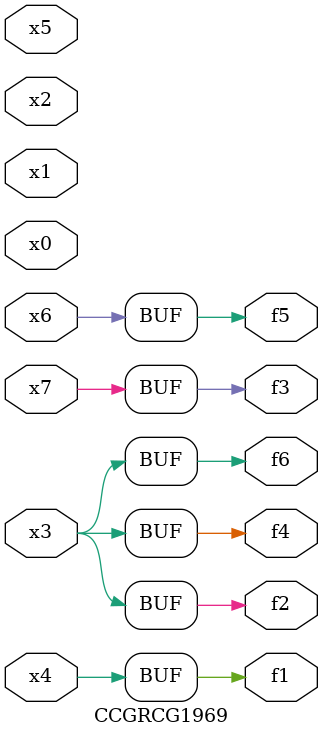
<source format=v>
module CCGRCG1969(
	input x0, x1, x2, x3, x4, x5, x6, x7,
	output f1, f2, f3, f4, f5, f6
);
	assign f1 = x4;
	assign f2 = x3;
	assign f3 = x7;
	assign f4 = x3;
	assign f5 = x6;
	assign f6 = x3;
endmodule

</source>
